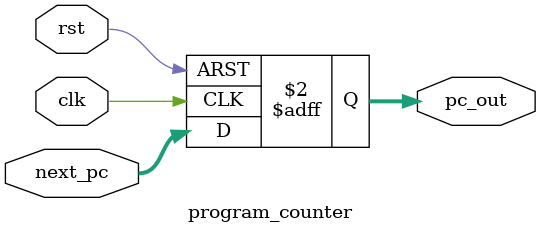
<source format=v>
module program_counter(clk,next_pc,pc_out,rst);
    input clk,rst;
    input [31:0] next_pc;
    output reg [31:0] pc_out;
     always @(posedge clk or posedge rst) begin
        if (rst) begin
            pc_out <= 0; // Reset the program counter to 0
        end else begin
            pc_out <= next_pc; // Update the program counter with the next address
        end 
    end
endmodule
</source>
